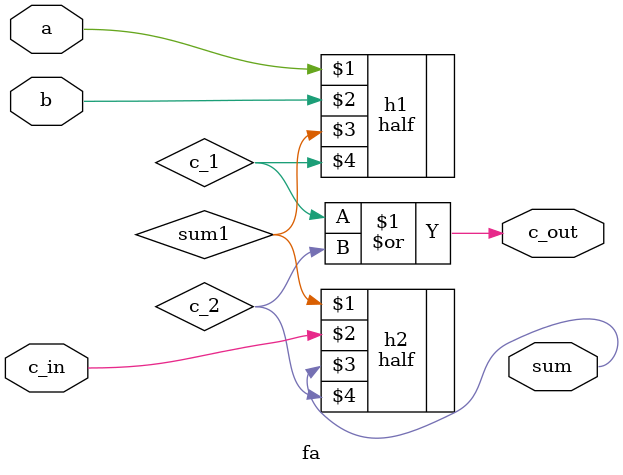
<source format=v>
`include "hadder.v"
module fa(a,b,c_in,sum,c_out);
        input a,b,c_in;
        output sum,c_out;
        half h1(a,b,sum1,c_1);
        half h2(sum1,c_in,sum,c_2);
        assign c_out = c_1 | c_2;
endmodule
</source>
